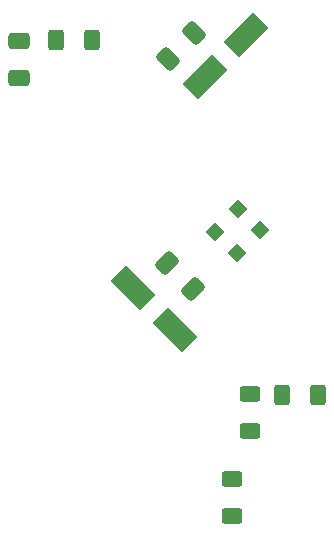
<source format=gbr>
%TF.GenerationSoftware,KiCad,Pcbnew,9.0.5*%
%TF.CreationDate,2025-11-30T23:48:03+01:00*%
%TF.ProjectId,Amplifier,416d706c-6966-4696-9572-2e6b69636164,rev?*%
%TF.SameCoordinates,Original*%
%TF.FileFunction,Paste,Bot*%
%TF.FilePolarity,Positive*%
%FSLAX46Y46*%
G04 Gerber Fmt 4.6, Leading zero omitted, Abs format (unit mm)*
G04 Created by KiCad (PCBNEW 9.0.5) date 2025-11-30 23:48:03*
%MOMM*%
%LPD*%
G01*
G04 APERTURE LIST*
G04 Aperture macros list*
%AMRoundRect*
0 Rectangle with rounded corners*
0 $1 Rounding radius*
0 $2 $3 $4 $5 $6 $7 $8 $9 X,Y pos of 4 corners*
0 Add a 4 corners polygon primitive as box body*
4,1,4,$2,$3,$4,$5,$6,$7,$8,$9,$2,$3,0*
0 Add four circle primitives for the rounded corners*
1,1,$1+$1,$2,$3*
1,1,$1+$1,$4,$5*
1,1,$1+$1,$6,$7*
1,1,$1+$1,$8,$9*
0 Add four rect primitives between the rounded corners*
20,1,$1+$1,$2,$3,$4,$5,0*
20,1,$1+$1,$4,$5,$6,$7,0*
20,1,$1+$1,$6,$7,$8,$9,0*
20,1,$1+$1,$8,$9,$2,$3,0*%
%AMRotRect*
0 Rectangle, with rotation*
0 The origin of the aperture is its center*
0 $1 length*
0 $2 width*
0 $3 Rotation angle, in degrees counterclockwise*
0 Add horizontal line*
21,1,$1,$2,0,0,$3*%
G04 Aperture macros list end*
%ADD10RoundRect,0.250000X-0.625000X0.400000X-0.625000X-0.400000X0.625000X-0.400000X0.625000X0.400000X0*%
%ADD11RotRect,1.100000X1.100000X45.000000*%
%ADD12RotRect,3.500000X1.800000X225.000000*%
%ADD13RoundRect,0.250000X-0.400000X-0.625000X0.400000X-0.625000X0.400000X0.625000X-0.400000X0.625000X0*%
%ADD14RoundRect,0.250000X0.625000X-0.400000X0.625000X0.400000X-0.625000X0.400000X-0.625000X-0.400000X0*%
%ADD15RotRect,3.500000X1.800000X315.000000*%
%ADD16RoundRect,0.250000X-0.751301X-0.167938X-0.167938X-0.751301X0.751301X0.167938X0.167938X0.751301X0*%
%ADD17RotRect,1.100000X1.100000X225.000000*%
%ADD18RoundRect,0.250000X0.167938X-0.751301X0.751301X-0.167938X-0.167938X0.751301X-0.751301X0.167938X0*%
%ADD19RoundRect,0.250000X-0.650000X0.412500X-0.650000X-0.412500X0.650000X-0.412500X0.650000X0.412500X0*%
G04 APERTURE END LIST*
D10*
%TO.C,R3*%
X179180000Y-107110000D03*
X179180000Y-110210000D03*
%TD*%
D11*
%TO.C,D1*%
X177760603Y-86223016D03*
X179740501Y-84243118D03*
%TD*%
D12*
%TO.C,D4*%
X180448319Y-69555300D03*
X176912785Y-73090834D03*
%TD*%
D13*
%TO.C,R7*%
X183430000Y-100010000D03*
X186530000Y-100010000D03*
%TD*%
D14*
%TO.C,R2*%
X180760000Y-103060000D03*
X180760000Y-99960000D03*
%TD*%
D13*
%TO.C,R1*%
X164302000Y-69978000D03*
X167402000Y-69978000D03*
%TD*%
D15*
%TO.C,D3*%
X170832785Y-90975300D03*
X174368319Y-94510834D03*
%TD*%
D16*
%TO.C,C3*%
X173680552Y-88843067D03*
X175890260Y-91052775D03*
%TD*%
D17*
%TO.C,D2*%
X181620501Y-86033118D03*
X179640603Y-88013016D03*
%TD*%
D18*
%TO.C,C4*%
X173785698Y-71577921D03*
X175995406Y-69368213D03*
%TD*%
D19*
%TO.C,C1*%
X161152000Y-70015500D03*
X161152000Y-73140500D03*
%TD*%
M02*

</source>
